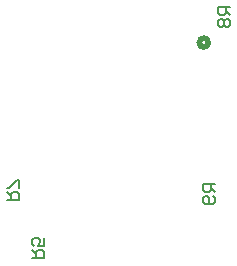
<source format=gbo>
G04*
G04 #@! TF.GenerationSoftware,Altium Limited,Altium Designer,25.2.1 (25)*
G04*
G04 Layer_Color=32896*
%FSLAX44Y44*%
%MOMM*%
G71*
G04*
G04 #@! TF.SameCoordinates,3DF48369-53CF-4C9B-B775-AACAF03539EE*
G04*
G04*
G04 #@! TF.FilePolarity,Positive*
G04*
G01*
G75*
%ADD13C,0.5080*%
%ADD18C,0.2032*%
D13*
X645541Y604813D02*
G03*
X645541Y604813I-3810J0D01*
G01*
D18*
X651508Y484714D02*
X641352D01*
Y479636D01*
X643044Y477943D01*
X646430D01*
X648123Y479636D01*
Y484714D01*
Y481328D02*
X651508Y477943D01*
X649816Y474557D02*
X651508Y472864D01*
Y469479D01*
X649816Y467786D01*
X643044D01*
X641352Y469479D01*
Y472864D01*
X643044Y474557D01*
X644737D01*
X646430Y472864D01*
Y467786D01*
X664208Y634574D02*
X654052D01*
Y629496D01*
X655744Y627803D01*
X659130D01*
X660823Y629496D01*
Y634574D01*
Y631188D02*
X664208Y627803D01*
X655744Y624417D02*
X654052Y622724D01*
Y619339D01*
X655744Y617646D01*
X657437D01*
X659130Y619339D01*
X660823Y617646D01*
X662516D01*
X664208Y619339D01*
Y622724D01*
X662516Y624417D01*
X660823D01*
X659130Y622724D01*
X657437Y624417D01*
X655744D01*
X659130Y622724D02*
Y619339D01*
X474982Y471596D02*
X485138D01*
Y476674D01*
X483446Y478367D01*
X480060D01*
X478367Y476674D01*
Y471596D01*
Y474982D02*
X474982Y478367D01*
X485138Y481753D02*
Y488524D01*
X483446D01*
X476674Y481753D01*
X474982D01*
X496572Y422066D02*
X506728D01*
Y427144D01*
X505036Y428837D01*
X501650D01*
X499957Y427144D01*
Y422066D01*
Y425452D02*
X496572Y428837D01*
X506728Y438994D02*
Y432223D01*
X501650D01*
X503343Y435608D01*
Y437301D01*
X501650Y438994D01*
X498264D01*
X496572Y437301D01*
Y433916D01*
X498264Y432223D01*
M02*

</source>
